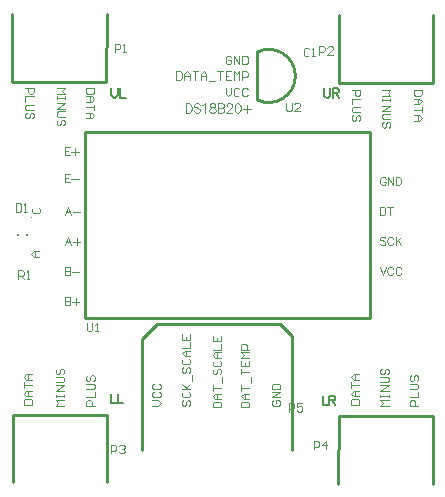
<source format=gto>
G04*
G04 #@! TF.GenerationSoftware,Altium Limited,Altium Designer,22.7.1 (60)*
G04*
G04 Layer_Color=65535*
%FSLAX44Y44*%
%MOMM*%
G71*
G04*
G04 #@! TF.SameCoordinates,7FD8A325-ED4A-4E6D-A823-A032D3294E47*
G04*
G04*
G04 #@! TF.FilePolarity,Positive*
G04*
G01*
G75*
%ADD10C,0.1000*%
%ADD11C,0.2540*%
%ADD12C,0.2000*%
D10*
X24000Y206500D02*
G03*
X24000Y206500I-500J0D01*
G01*
X154000Y302998D02*
Y295000D01*
Y302998D02*
X156666D01*
X157809Y302617D01*
X158570Y301856D01*
X158951Y301094D01*
X159332Y299951D01*
Y298047D01*
X158951Y296904D01*
X158570Y296143D01*
X157809Y295381D01*
X156666Y295000D01*
X154000D01*
X166455Y301856D02*
X165693Y302617D01*
X164550Y302998D01*
X163027D01*
X161884Y302617D01*
X161122Y301856D01*
Y301094D01*
X161503Y300332D01*
X161884Y299951D01*
X162646Y299570D01*
X164931Y298809D01*
X165693Y298428D01*
X166074Y298047D01*
X166455Y297285D01*
Y296143D01*
X165693Y295381D01*
X164550Y295000D01*
X163027D01*
X161884Y295381D01*
X161122Y296143D01*
X168245Y301475D02*
X169006Y301856D01*
X170149Y302998D01*
Y295000D01*
X176014Y302998D02*
X174872Y302617D01*
X174491Y301856D01*
Y301094D01*
X174872Y300332D01*
X175634Y299951D01*
X177157Y299570D01*
X178300Y299190D01*
X179061Y298428D01*
X179442Y297666D01*
Y296523D01*
X179061Y295762D01*
X178680Y295381D01*
X177538Y295000D01*
X176014D01*
X174872Y295381D01*
X174491Y295762D01*
X174110Y296523D01*
Y297666D01*
X174491Y298428D01*
X175253Y299190D01*
X176395Y299570D01*
X177919Y299951D01*
X178680Y300332D01*
X179061Y301094D01*
Y301856D01*
X178680Y302617D01*
X177538Y302998D01*
X176014D01*
X181232D02*
Y295000D01*
Y302998D02*
X184660D01*
X185803Y302617D01*
X186184Y302237D01*
X186565Y301475D01*
Y300713D01*
X186184Y299951D01*
X185803Y299570D01*
X184660Y299190D01*
X181232D02*
X184660D01*
X185803Y298809D01*
X186184Y298428D01*
X186565Y297666D01*
Y296523D01*
X186184Y295762D01*
X185803Y295381D01*
X184660Y295000D01*
X181232D01*
X188735Y301094D02*
Y301475D01*
X189116Y302237D01*
X189497Y302617D01*
X190259Y302998D01*
X191782D01*
X192544Y302617D01*
X192925Y302237D01*
X193306Y301475D01*
Y300713D01*
X192925Y299951D01*
X192163Y298809D01*
X188355Y295000D01*
X193687D01*
X197762Y302998D02*
X196619Y302617D01*
X195858Y301475D01*
X195477Y299570D01*
Y298428D01*
X195858Y296523D01*
X196619Y295381D01*
X197762Y295000D01*
X198524D01*
X199666Y295381D01*
X200428Y296523D01*
X200809Y298428D01*
Y299570D01*
X200428Y301475D01*
X199666Y302617D01*
X198524Y302998D01*
X197762D01*
X206027Y301856D02*
Y295000D01*
X202599Y298428D02*
X209455D01*
X228169Y51665D02*
X227002Y50499D01*
Y48166D01*
X228169Y47000D01*
X232834D01*
X234000Y48166D01*
Y50499D01*
X232834Y51665D01*
X230501D01*
Y49333D01*
X234000Y53998D02*
X227002D01*
X234000Y58663D01*
X227002D01*
Y60995D02*
X234000D01*
Y64494D01*
X232834Y65661D01*
X228169D01*
X227002Y64494D01*
Y60995D01*
X201002Y45598D02*
X208000D01*
Y49097D01*
X206834Y50263D01*
X202169D01*
X201002Y49097D01*
Y45598D01*
X208000Y52596D02*
X203335D01*
X201002Y54928D01*
X203335Y57261D01*
X208000D01*
X204501D01*
Y52596D01*
X201002Y59594D02*
Y64259D01*
Y61926D01*
X208000D01*
X209166Y66591D02*
Y71256D01*
X201002Y73589D02*
Y78254D01*
Y75922D01*
X208000D01*
X201002Y85252D02*
Y80587D01*
X208000D01*
Y85252D01*
X204501Y80587D02*
Y82919D01*
X208000Y87585D02*
X201002D01*
X203335Y89917D01*
X201002Y92250D01*
X208000D01*
Y94582D02*
X201002D01*
Y98081D01*
X202169Y99248D01*
X204501D01*
X205667Y98081D01*
Y94582D01*
X126002Y47000D02*
X130667D01*
X133000Y49333D01*
X130667Y51665D01*
X126002D01*
X127169Y58663D02*
X126002Y57497D01*
Y55164D01*
X127169Y53998D01*
X131834D01*
X133000Y55164D01*
Y57497D01*
X131834Y58663D01*
X127169Y65661D02*
X126002Y64494D01*
Y62162D01*
X127169Y60995D01*
X131834D01*
X133000Y62162D01*
Y64494D01*
X131834Y65661D01*
X152169Y51665D02*
X151002Y50499D01*
Y48166D01*
X152169Y47000D01*
X153335D01*
X154501Y48166D01*
Y50499D01*
X155667Y51665D01*
X156834D01*
X158000Y50499D01*
Y48166D01*
X156834Y47000D01*
X152169Y58663D02*
X151002Y57497D01*
Y55164D01*
X152169Y53998D01*
X156834D01*
X158000Y55164D01*
Y57497D01*
X156834Y58663D01*
X151002Y60995D02*
X158000D01*
X155667D01*
X151002Y65661D01*
X154501Y62162D01*
X158000Y65661D01*
X159166Y67993D02*
Y72658D01*
X152169Y79656D02*
X151002Y78490D01*
Y76157D01*
X152169Y74991D01*
X153335D01*
X154501Y76157D01*
Y78490D01*
X155667Y79656D01*
X156834D01*
X158000Y78490D01*
Y76157D01*
X156834Y74991D01*
X152169Y86654D02*
X151002Y85488D01*
Y83155D01*
X152169Y81989D01*
X156834D01*
X158000Y83155D01*
Y85488D01*
X156834Y86654D01*
X158000Y88987D02*
X153335D01*
X151002Y91319D01*
X153335Y93652D01*
X158000D01*
X154501D01*
Y88987D01*
X151002Y95984D02*
X158000D01*
Y100649D01*
X151002Y107647D02*
Y102982D01*
X158000D01*
Y107647D01*
X154501Y102982D02*
Y105315D01*
X177002Y45598D02*
X184000D01*
Y49097D01*
X182834Y50263D01*
X178169D01*
X177002Y49097D01*
Y45598D01*
X184000Y52596D02*
X179335D01*
X177002Y54928D01*
X179335Y57261D01*
X184000D01*
X180501D01*
Y52596D01*
X177002Y59594D02*
Y64259D01*
Y61926D01*
X184000D01*
X185166Y66591D02*
Y71256D01*
X178169Y78254D02*
X177002Y77088D01*
Y74755D01*
X178169Y73589D01*
X179335D01*
X180501Y74755D01*
Y77088D01*
X181667Y78254D01*
X182834D01*
X184000Y77088D01*
Y74755D01*
X182834Y73589D01*
X178169Y85252D02*
X177002Y84086D01*
Y81753D01*
X178169Y80587D01*
X182834D01*
X184000Y81753D01*
Y84086D01*
X182834Y85252D01*
X184000Y87585D02*
X179335D01*
X177002Y89917D01*
X179335Y92250D01*
X184000D01*
X180501D01*
Y87585D01*
X177002Y94582D02*
X184000D01*
Y99248D01*
X177002Y106245D02*
Y101580D01*
X184000D01*
Y106245D01*
X180501Y101580D02*
Y103913D01*
X295000Y314000D02*
X301998D01*
Y310501D01*
X300832Y309335D01*
X298499D01*
X297333Y310501D01*
Y314000D01*
X301998Y307002D02*
X295000D01*
Y302337D01*
X301998Y300005D02*
X296166D01*
X295000Y298838D01*
Y296506D01*
X296166Y295339D01*
X301998D01*
X300832Y288342D02*
X301998Y289508D01*
Y291840D01*
X300832Y293007D01*
X299665D01*
X298499Y291840D01*
Y289508D01*
X297333Y288342D01*
X296166D01*
X295000Y289508D01*
Y291840D01*
X296166Y293007D01*
X320444Y314000D02*
X327442D01*
X325109Y311667D01*
X327442Y309335D01*
X320444D01*
X327442Y307002D02*
Y304670D01*
Y305836D01*
X320444D01*
Y307002D01*
Y304670D01*
Y301171D02*
X327442D01*
X320444Y296506D01*
X327442D01*
Y294173D02*
X321610D01*
X320444Y293007D01*
Y290674D01*
X321610Y289508D01*
X327442D01*
X326275Y282510D02*
X327442Y283676D01*
Y286009D01*
X326275Y287175D01*
X325109D01*
X323943Y286009D01*
Y283676D01*
X322777Y282510D01*
X321610D01*
X320444Y283676D01*
Y286009D01*
X321610Y287175D01*
X353998Y314000D02*
X347000D01*
Y310501D01*
X348166Y309335D01*
X352831D01*
X353998Y310501D01*
Y314000D01*
X347000Y307002D02*
X351665D01*
X353998Y304670D01*
X351665Y302337D01*
X347000D01*
X350499D01*
Y307002D01*
X353998Y300005D02*
Y295339D01*
Y297672D01*
X347000D01*
Y293007D02*
X351665D01*
X353998Y290674D01*
X351665Y288342D01*
X347000D01*
X350499D01*
Y293007D01*
X18444Y316000D02*
X25442D01*
Y312501D01*
X24275Y311335D01*
X21943D01*
X20777Y312501D01*
Y316000D01*
X25442Y309002D02*
X18444D01*
Y304337D01*
X25442Y302005D02*
X19610D01*
X18444Y300838D01*
Y298506D01*
X19610Y297339D01*
X25442D01*
X24275Y290342D02*
X25442Y291508D01*
Y293841D01*
X24275Y295007D01*
X23109D01*
X21943Y293841D01*
Y291508D01*
X20777Y290342D01*
X19610D01*
X18444Y291508D01*
Y293841D01*
X19610Y295007D01*
X44750Y316000D02*
X51748D01*
X49415Y313667D01*
X51748Y311335D01*
X44750D01*
X51748Y309002D02*
Y306670D01*
Y307836D01*
X44750D01*
Y309002D01*
Y306670D01*
Y303171D02*
X51748D01*
X44750Y298506D01*
X51748D01*
Y296173D02*
X45916D01*
X44750Y295007D01*
Y292674D01*
X45916Y291508D01*
X51748D01*
X50581Y284510D02*
X51748Y285676D01*
Y288009D01*
X50581Y289175D01*
X49415D01*
X48249Y288009D01*
Y285676D01*
X47083Y284510D01*
X45916D01*
X44750Y285676D01*
Y288009D01*
X45916Y289175D01*
X76748Y316000D02*
X69750D01*
Y312501D01*
X70916Y311335D01*
X75581D01*
X76748Y312501D01*
Y316000D01*
X69750Y309002D02*
X74415D01*
X76748Y306670D01*
X74415Y304337D01*
X69750D01*
X73249D01*
Y309002D01*
X76748Y302005D02*
Y297339D01*
Y299672D01*
X69750D01*
Y295007D02*
X74415D01*
X76748Y292674D01*
X74415Y290342D01*
X69750D01*
X73249D01*
Y295007D01*
X77000Y47000D02*
X70002D01*
Y50499D01*
X71168Y51665D01*
X73501D01*
X74667Y50499D01*
Y47000D01*
X70002Y53998D02*
X77000D01*
Y58663D01*
X70002Y60995D02*
X75834D01*
X77000Y62162D01*
Y64494D01*
X75834Y65661D01*
X70002D01*
X71168Y72658D02*
X70002Y71492D01*
Y69160D01*
X71168Y67993D01*
X72335D01*
X73501Y69160D01*
Y71492D01*
X74667Y72658D01*
X75834D01*
X77000Y71492D01*
Y69160D01*
X75834Y67993D01*
X51000Y47000D02*
X44002D01*
X46335Y49333D01*
X44002Y51665D01*
X51000D01*
X44002Y53998D02*
Y56330D01*
Y55164D01*
X51000D01*
Y53998D01*
Y56330D01*
Y59829D02*
X44002D01*
X51000Y64494D01*
X44002D01*
Y66827D02*
X49834D01*
X51000Y67993D01*
Y70326D01*
X49834Y71492D01*
X44002D01*
X45168Y78490D02*
X44002Y77324D01*
Y74991D01*
X45168Y73825D01*
X46335D01*
X47501Y74991D01*
Y77324D01*
X48667Y78490D01*
X49834D01*
X51000Y77324D01*
Y74991D01*
X49834Y73825D01*
X17002Y48000D02*
X24000D01*
Y51499D01*
X22834Y52665D01*
X18168D01*
X17002Y51499D01*
Y48000D01*
X24000Y54998D02*
X19335D01*
X17002Y57330D01*
X19335Y59663D01*
X24000D01*
X20501D01*
Y54998D01*
X17002Y61996D02*
Y66661D01*
Y64328D01*
X24000D01*
Y68993D02*
X19335D01*
X17002Y71326D01*
X19335Y73658D01*
X24000D01*
X20501D01*
Y68993D01*
X351000Y47000D02*
X344002D01*
Y50499D01*
X345169Y51665D01*
X347501D01*
X348667Y50499D01*
Y47000D01*
X344002Y53998D02*
X351000D01*
Y58663D01*
X344002Y60995D02*
X349834D01*
X351000Y62162D01*
Y64494D01*
X349834Y65661D01*
X344002D01*
X345169Y72658D02*
X344002Y71492D01*
Y69160D01*
X345169Y67993D01*
X346335D01*
X347501Y69160D01*
Y71492D01*
X348667Y72658D01*
X349834D01*
X351000Y71492D01*
Y69160D01*
X349834Y67993D01*
X326000Y47000D02*
X319002D01*
X321335Y49333D01*
X319002Y51665D01*
X326000D01*
X319002Y53998D02*
Y56330D01*
Y55164D01*
X326000D01*
Y53998D01*
Y56330D01*
Y59829D02*
X319002D01*
X326000Y64494D01*
X319002D01*
Y66827D02*
X324834D01*
X326000Y67993D01*
Y70326D01*
X324834Y71492D01*
X319002D01*
X320168Y78490D02*
X319002Y77324D01*
Y74991D01*
X320168Y73825D01*
X321335D01*
X322501Y74991D01*
Y77324D01*
X323667Y78490D01*
X324834D01*
X326000Y77324D01*
Y74991D01*
X324834Y73825D01*
X294002Y48000D02*
X301000D01*
Y51499D01*
X299834Y52665D01*
X295168D01*
X294002Y51499D01*
Y48000D01*
X301000Y54998D02*
X296335D01*
X294002Y57330D01*
X296335Y59663D01*
X301000D01*
X297501D01*
Y54998D01*
X294002Y61996D02*
Y66661D01*
Y64328D01*
X301000D01*
Y68993D02*
X296335D01*
X294002Y71326D01*
X296335Y73658D01*
X301000D01*
X297501D01*
Y68993D01*
X24918Y214665D02*
X23752Y213499D01*
Y211166D01*
X24918Y210000D01*
X29584D01*
X30750Y211166D01*
Y213499D01*
X29584Y214665D01*
X30224Y172950D02*
X25559D01*
X23226Y175283D01*
X25559Y177615D01*
X30224D01*
X26725D01*
Y172950D01*
X56232Y266119D02*
X51900D01*
Y259120D01*
X56232D01*
X51900Y262786D02*
X54566D01*
X60398Y265119D02*
Y259120D01*
X57399Y262119D02*
X63397D01*
X56232Y243258D02*
X51900D01*
Y236260D01*
X56232D01*
X51900Y239926D02*
X54566D01*
X57399Y239259D02*
X63397D01*
X57232Y208320D02*
X54566Y215319D01*
X51900Y208320D01*
X52900Y210653D02*
X56232D01*
X58865Y211319D02*
X64864D01*
X57232Y182920D02*
X54566Y189918D01*
X51900Y182920D01*
X52900Y185253D02*
X56232D01*
X61865Y188919D02*
Y182920D01*
X58865Y185919D02*
X64864D01*
X51900Y164519D02*
Y157520D01*
Y164519D02*
X54899D01*
X55899Y164185D01*
X56232Y163852D01*
X56566Y163186D01*
Y162519D01*
X56232Y161852D01*
X55899Y161519D01*
X54899Y161186D01*
X51900D02*
X54899D01*
X55899Y160853D01*
X56232Y160519D01*
X56566Y159853D01*
Y158853D01*
X56232Y158187D01*
X55899Y157853D01*
X54899Y157520D01*
X51900D01*
X58132Y160519D02*
X64131D01*
X51900Y139118D02*
Y132120D01*
Y139118D02*
X54899D01*
X55899Y138785D01*
X56232Y138452D01*
X56566Y137786D01*
Y137119D01*
X56232Y136452D01*
X55899Y136119D01*
X54899Y135786D01*
X51900D02*
X54899D01*
X55899Y135453D01*
X56232Y135119D01*
X56566Y134453D01*
Y133453D01*
X56232Y132787D01*
X55899Y132453D01*
X54899Y132120D01*
X51900D01*
X61131Y138119D02*
Y132120D01*
X58132Y135119D02*
X64131D01*
X323599Y239052D02*
X323266Y239719D01*
X322599Y240385D01*
X321933Y240718D01*
X320600D01*
X319933Y240385D01*
X319266Y239719D01*
X318933Y239052D01*
X318600Y238052D01*
Y236386D01*
X318933Y235386D01*
X319266Y234720D01*
X319933Y234053D01*
X320600Y233720D01*
X321933D01*
X322599Y234053D01*
X323266Y234720D01*
X323599Y235386D01*
Y236386D01*
X321933D02*
X323599D01*
X325199Y240718D02*
Y233720D01*
Y240718D02*
X329864Y233720D01*
Y240718D02*
Y233720D01*
X331797Y240718D02*
Y233720D01*
Y240718D02*
X334130D01*
X335130Y240385D01*
X335796Y239719D01*
X336130Y239052D01*
X336463Y238052D01*
Y236386D01*
X336130Y235386D01*
X335796Y234720D01*
X335130Y234053D01*
X334130Y233720D01*
X331797D01*
X318600Y215319D02*
Y208320D01*
Y215319D02*
X320933D01*
X321933Y214985D01*
X322599Y214319D01*
X322932Y213652D01*
X323266Y212652D01*
Y210986D01*
X322932Y209986D01*
X322599Y209320D01*
X321933Y208653D01*
X320933Y208320D01*
X318600D01*
X327165Y215319D02*
Y208320D01*
X324832Y215319D02*
X329498D01*
X323266Y188919D02*
X322599Y189585D01*
X321599Y189918D01*
X320266D01*
X319266Y189585D01*
X318600Y188919D01*
Y188252D01*
X318933Y187586D01*
X319266Y187252D01*
X319933Y186919D01*
X321933Y186253D01*
X322599Y185919D01*
X322932Y185586D01*
X323266Y184920D01*
Y183920D01*
X322599Y183253D01*
X321599Y182920D01*
X320266D01*
X319266Y183253D01*
X318600Y183920D01*
X329831Y188252D02*
X329498Y188919D01*
X328831Y189585D01*
X328165Y189918D01*
X326832D01*
X326165Y189585D01*
X325499Y188919D01*
X325165Y188252D01*
X324832Y187252D01*
Y185586D01*
X325165Y184586D01*
X325499Y183920D01*
X326165Y183253D01*
X326832Y182920D01*
X328165D01*
X328831Y183253D01*
X329498Y183920D01*
X329831Y184586D01*
X331797Y189918D02*
Y182920D01*
X336463Y189918D02*
X331797Y185253D01*
X333464Y186919D02*
X336463Y182920D01*
X318600Y164519D02*
X321266Y157520D01*
X323932Y164519D02*
X321266Y157520D01*
X329831Y162852D02*
X329498Y163519D01*
X328831Y164185D01*
X328165Y164519D01*
X326832D01*
X326165Y164185D01*
X325499Y163519D01*
X325165Y162852D01*
X324832Y161852D01*
Y160186D01*
X325165Y159186D01*
X325499Y158520D01*
X326165Y157853D01*
X326832Y157520D01*
X328165D01*
X328831Y157853D01*
X329498Y158520D01*
X329831Y159186D01*
X336796Y162852D02*
X336463Y163519D01*
X335796Y164185D01*
X335130Y164519D01*
X333797D01*
X333130Y164185D01*
X332464Y163519D01*
X332131Y162852D01*
X331797Y161852D01*
Y160186D01*
X332131Y159186D01*
X332464Y158520D01*
X333130Y157853D01*
X333797Y157520D01*
X335130D01*
X335796Y157853D01*
X336463Y158520D01*
X336796Y159186D01*
X192665Y341831D02*
X191499Y342998D01*
X189166D01*
X188000Y341831D01*
Y337166D01*
X189166Y336000D01*
X191499D01*
X192665Y337166D01*
Y339499D01*
X190333D01*
X194998Y336000D02*
Y342998D01*
X199663Y336000D01*
Y342998D01*
X201996D02*
Y336000D01*
X205494D01*
X206661Y337166D01*
Y341831D01*
X205494Y342998D01*
X201996D01*
X146000Y329998D02*
Y323000D01*
X149499D01*
X150665Y324166D01*
Y328831D01*
X149499Y329998D01*
X146000D01*
X152998Y323000D02*
Y327665D01*
X155330Y329998D01*
X157663Y327665D01*
Y323000D01*
Y326499D01*
X152998D01*
X159995Y329998D02*
X164661D01*
X162328D01*
Y323000D01*
X166993D02*
Y327665D01*
X169326Y329998D01*
X171658Y327665D01*
Y323000D01*
Y326499D01*
X166993D01*
X173991Y321834D02*
X178656D01*
X180989Y329998D02*
X185654D01*
X183321D01*
Y323000D01*
X192652Y329998D02*
X187987D01*
Y323000D01*
X192652D01*
X187987Y326499D02*
X190319D01*
X194984Y323000D02*
Y329998D01*
X197317Y327665D01*
X199649Y329998D01*
Y323000D01*
X201982D02*
Y329998D01*
X205481D01*
X206647Y328831D01*
Y326499D01*
X205481Y325333D01*
X201982D01*
X188000Y315998D02*
Y311333D01*
X190333Y309000D01*
X192665Y311333D01*
Y315998D01*
X199663Y314832D02*
X198497Y315998D01*
X196164D01*
X194998Y314832D01*
Y310166D01*
X196164Y309000D01*
X198497D01*
X199663Y310166D01*
X206661Y314832D02*
X205494Y315998D01*
X203162D01*
X201996Y314832D01*
Y310166D01*
X203162Y309000D01*
X205494D01*
X206661Y310166D01*
X239168Y303499D02*
Y297667D01*
X240335Y296501D01*
X242667D01*
X243834Y297667D01*
Y303499D01*
X250832Y296501D02*
X246166D01*
X250832Y301166D01*
Y302333D01*
X249665Y303499D01*
X247333D01*
X246166Y302333D01*
X70491Y116899D02*
Y111067D01*
X71657Y109901D01*
X73990D01*
X75156Y111067D01*
Y116899D01*
X77489Y109901D02*
X79821D01*
X78655D01*
Y116899D01*
X77489Y115733D01*
X12379Y154501D02*
Y161499D01*
X15878D01*
X17044Y160333D01*
Y158000D01*
X15878Y156834D01*
X12379D01*
X14711D02*
X17044Y154501D01*
X19377D02*
X21709D01*
X20543D01*
Y161499D01*
X19377Y160333D01*
X241168Y42099D02*
Y49097D01*
X244667D01*
X245834Y47931D01*
Y45598D01*
X244667Y44432D01*
X241168D01*
X252831Y49097D02*
X248166D01*
Y45598D01*
X250499Y46764D01*
X251665D01*
X252831Y45598D01*
Y43266D01*
X251665Y42099D01*
X249333D01*
X248166Y43266D01*
X262337Y10021D02*
Y17019D01*
X265836D01*
X267002Y15853D01*
Y13520D01*
X265836Y12354D01*
X262337D01*
X272834Y10021D02*
Y17019D01*
X269335Y13520D01*
X274000D01*
X90648Y6726D02*
Y13723D01*
X94147D01*
X95314Y12557D01*
Y10224D01*
X94147Y9058D01*
X90648D01*
X97646Y12557D02*
X98813Y13723D01*
X101145D01*
X102311Y12557D01*
Y11391D01*
X101145Y10224D01*
X99979D01*
X101145D01*
X102311Y9058D01*
Y7892D01*
X101145Y6726D01*
X98813D01*
X97646Y7892D01*
X267169Y344292D02*
Y351290D01*
X270667D01*
X271834Y350124D01*
Y347791D01*
X270667Y346625D01*
X267169D01*
X278831Y344292D02*
X274166D01*
X278831Y348957D01*
Y350124D01*
X277665Y351290D01*
X275333D01*
X274166Y350124D01*
X94126Y346501D02*
Y353499D01*
X97625D01*
X98791Y352333D01*
Y350000D01*
X97625Y348834D01*
X94126D01*
X101124Y346501D02*
X103456D01*
X102290D01*
Y353499D01*
X101124Y352333D01*
X10029Y218428D02*
Y211430D01*
X13528D01*
X14694Y212597D01*
Y217262D01*
X13528Y218428D01*
X10029D01*
X17027Y211430D02*
X19359D01*
X18193D01*
Y218428D01*
X17027Y217262D01*
X258750Y348657D02*
X257584Y349823D01*
X255251D01*
X254085Y348657D01*
Y343992D01*
X255251Y342826D01*
X257584D01*
X258750Y343992D01*
X261083Y342826D02*
X263415D01*
X262249D01*
Y349823D01*
X261083Y348657D01*
D11*
X214398Y306075D02*
G03*
X214398Y346325I10062J20125D01*
G01*
X244300Y34700D02*
Y106000D01*
X234359Y115941D02*
X244300Y106000D01*
X129482Y115941D02*
X234359D01*
X117300Y103759D02*
X129482Y115941D01*
X117300Y34700D02*
Y103759D01*
X244300Y9300D02*
Y34700D01*
X117300Y9300D02*
Y34700D01*
X283600Y320474D02*
X363495D01*
X363600Y378000D01*
X283600Y320474D02*
X283705Y378000D01*
X7150Y321474D02*
X87045D01*
X87150Y379000D01*
X7150Y321474D02*
X7255Y379000D01*
X7895Y39526D02*
X87790D01*
X7790Y-18000D02*
X7895Y39526D01*
X87685Y-18000D02*
X87790Y39526D01*
X283505Y38526D02*
X363400D01*
X283400Y-19000D02*
X283505Y38526D01*
X363295Y-19000D02*
X363400Y38526D01*
X309980Y120960D02*
Y278440D01*
X68680Y120960D02*
Y278440D01*
X309980D01*
X68680Y120960D02*
X309980D01*
X214300Y305880D02*
Y346520D01*
D12*
X12250Y191500D02*
Y192500D01*
X19750Y191500D02*
Y192500D01*
X270168Y55596D02*
Y47598D01*
X274739D01*
X275615Y55596D02*
Y47598D01*
Y55596D02*
X279043D01*
X280185Y55216D01*
X280566Y54835D01*
X280947Y54073D01*
Y53311D01*
X280566Y52549D01*
X280185Y52168D01*
X279043Y51788D01*
X275615D01*
X278281D02*
X280947Y47598D01*
X91000Y56998D02*
Y49000D01*
X95570D01*
X96446Y56998D02*
Y49000D01*
X101017D01*
X271168Y315878D02*
Y310165D01*
X271549Y309023D01*
X272311Y308261D01*
X273454Y307880D01*
X274216D01*
X275358Y308261D01*
X276120Y309023D01*
X276501Y310165D01*
Y315878D01*
X278710D02*
Y307880D01*
Y315878D02*
X282138D01*
X283280Y315497D01*
X283661Y315117D01*
X284042Y314355D01*
Y313593D01*
X283661Y312831D01*
X283280Y312450D01*
X282138Y312070D01*
X278710D01*
X281376D02*
X284042Y307880D01*
X91168Y315878D02*
Y310165D01*
X91549Y309023D01*
X92311Y308261D01*
X93454Y307880D01*
X94215D01*
X95358Y308261D01*
X96120Y309023D01*
X96501Y310165D01*
Y315878D01*
X98710D02*
Y307880D01*
X103280D01*
M02*

</source>
